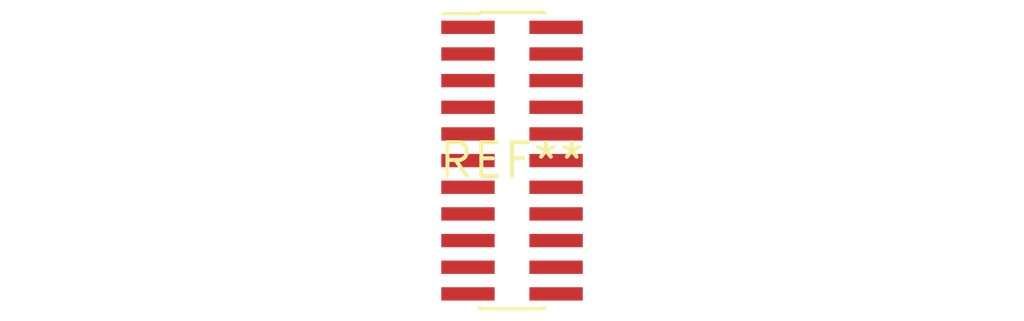
<source format=kicad_pcb>
(kicad_pcb (version 20240108) (generator pcbnew)
  (layers (0 "F.Cu" signal) (31 "B.Cu" signal) (34 "B.Paste" user) (35 "F.Paste" user) (36 "B.SilkS" user "B.Silkscreen") (37 "F.SilkS" user "F.Silkscreen") (38 "B.Mask" user) (39 "F.Mask" user) (44 "Edge.Cuts" user))
  (net 0 "")
  (footprint "PinHeader_2x11_P1.00mm_Vertical_SMD" (layer "F.Cu") (at 0 0)
    (property "Reference" "REF**")
    (property "Value" "PinHeader_2x11_P1.00mm_Vertical_SMD")
    (fp_line (start -2.59 -5.51) (end -1.21 -5.51) (layer "F.SilkS") (stroke (width 0.12)))
    (fp_line (start -1.21 -5.56) (end -1.21 -5.51) (layer "F.SilkS") (stroke (width 0.12)))
    (fp_line (start -1.21 -5.56) (end 1.21 -5.56) (layer "F.SilkS") (stroke (width 0.12)))
    (fp_line (start -1.21 5.51) (end -1.21 5.56) (layer "F.SilkS") (stroke (width 0.12)))
    (fp_line (start -1.21 5.56) (end 1.21 5.56) (layer "F.SilkS") (stroke (width 0.12)))
    (fp_line (start 1.21 -5.56) (end 1.21 -5.51) (layer "F.SilkS") (stroke (width 0.12)))
    (fp_line (start 1.21 5.51) (end 1.21 5.56) (layer "F.SilkS") (stroke (width 0.12)))
    (pad "1" smd rect (at -1.65 -5) (size 2 0.5) (layers "F.Cu" "F.Paste" "F.Mask"))
    (pad "2" smd rect (at 1.65 -5) (size 2 0.5) (layers "F.Cu" "F.Paste" "F.Mask"))
    (pad "3" smd rect (at -1.65 -4) (size 2 0.5) (layers "F.Cu" "F.Paste" "F.Mask"))
    (pad "4" smd rect (at 1.65 -4) (size 2 0.5) (layers "F.Cu" "F.Paste" "F.Mask"))
    (pad "5" smd rect (at -1.65 -3) (size 2 0.5) (layers "F.Cu" "F.Paste" "F.Mask"))
    (pad "6" smd rect (at 1.65 -3) (size 2 0.5) (layers "F.Cu" "F.Paste" "F.Mask"))
    (pad "7" smd rect (at -1.65 -2) (size 2 0.5) (layers "F.Cu" "F.Paste" "F.Mask"))
    (pad "8" smd rect (at 1.65 -2) (size 2 0.5) (layers "F.Cu" "F.Paste" "F.Mask"))
    (pad "9" smd rect (at -1.65 -1) (size 2 0.5) (layers "F.Cu" "F.Paste" "F.Mask"))
    (pad "10" smd rect (at 1.65 -1) (size 2 0.5) (layers "F.Cu" "F.Paste" "F.Mask"))
    (pad "11" smd rect (at -1.65 0) (size 2 0.5) (layers "F.Cu" "F.Paste" "F.Mask"))
    (pad "12" smd rect (at 1.65 0) (size 2 0.5) (layers "F.Cu" "F.Paste" "F.Mask"))
    (pad "13" smd rect (at -1.65 1) (size 2 0.5) (layers "F.Cu" "F.Paste" "F.Mask"))
    (pad "14" smd rect (at 1.65 1) (size 2 0.5) (layers "F.Cu" "F.Paste" "F.Mask"))
    (pad "15" smd rect (at -1.65 2) (size 2 0.5) (layers "F.Cu" "F.Paste" "F.Mask"))
    (pad "16" smd rect (at 1.65 2) (size 2 0.5) (layers "F.Cu" "F.Paste" "F.Mask"))
    (pad "17" smd rect (at -1.65 3) (size 2 0.5) (layers "F.Cu" "F.Paste" "F.Mask"))
    (pad "18" smd rect (at 1.65 3) (size 2 0.5) (layers "F.Cu" "F.Paste" "F.Mask"))
    (pad "19" smd rect (at -1.65 4) (size 2 0.5) (layers "F.Cu" "F.Paste" "F.Mask"))
    (pad "20" smd rect (at 1.65 4) (size 2 0.5) (layers "F.Cu" "F.Paste" "F.Mask"))
    (pad "21" smd rect (at -1.65 5) (size 2 0.5) (layers "F.Cu" "F.Paste" "F.Mask"))
    (pad "22" smd rect (at 1.65 5) (size 2 0.5) (layers "F.Cu" "F.Paste" "F.Mask"))
  )
)
</source>
